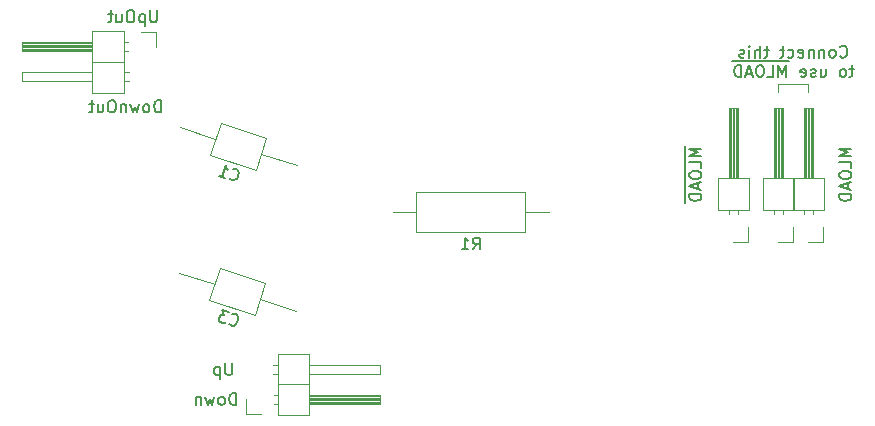
<source format=gbr>
G04 #@! TF.GenerationSoftware,KiCad,Pcbnew,(5.1.8)-1*
G04 #@! TF.CreationDate,2024-01-21T21:12:21+03:00*
G04 #@! TF.ProjectId,Reg,5265672e-6b69-4636-9164-5f7063625858,rev?*
G04 #@! TF.SameCoordinates,Original*
G04 #@! TF.FileFunction,Legend,Bot*
G04 #@! TF.FilePolarity,Positive*
%FSLAX46Y46*%
G04 Gerber Fmt 4.6, Leading zero omitted, Abs format (unit mm)*
G04 Created by KiCad (PCBNEW (5.1.8)-1) date 2024-01-21 21:12:21*
%MOMM*%
%LPD*%
G01*
G04 APERTURE LIST*
%ADD10C,0.120000*%
%ADD11C,0.150000*%
G04 APERTURE END LIST*
D10*
X116205000Y-20955000D02*
X116205000Y-21590000D01*
X113665000Y-20955000D02*
X116205000Y-20955000D01*
X113665000Y-21590000D02*
X113665000Y-20955000D01*
D11*
X118887380Y-18582142D02*
X118935000Y-18629761D01*
X119077857Y-18677380D01*
X119173095Y-18677380D01*
X119315952Y-18629761D01*
X119411190Y-18534523D01*
X119458809Y-18439285D01*
X119506428Y-18248809D01*
X119506428Y-18105952D01*
X119458809Y-17915476D01*
X119411190Y-17820238D01*
X119315952Y-17725000D01*
X119173095Y-17677380D01*
X119077857Y-17677380D01*
X118935000Y-17725000D01*
X118887380Y-17772619D01*
X118315952Y-18677380D02*
X118411190Y-18629761D01*
X118458809Y-18582142D01*
X118506428Y-18486904D01*
X118506428Y-18201190D01*
X118458809Y-18105952D01*
X118411190Y-18058333D01*
X118315952Y-18010714D01*
X118173095Y-18010714D01*
X118077857Y-18058333D01*
X118030238Y-18105952D01*
X117982619Y-18201190D01*
X117982619Y-18486904D01*
X118030238Y-18582142D01*
X118077857Y-18629761D01*
X118173095Y-18677380D01*
X118315952Y-18677380D01*
X117554047Y-18010714D02*
X117554047Y-18677380D01*
X117554047Y-18105952D02*
X117506428Y-18058333D01*
X117411190Y-18010714D01*
X117268333Y-18010714D01*
X117173095Y-18058333D01*
X117125476Y-18153571D01*
X117125476Y-18677380D01*
X116649285Y-18010714D02*
X116649285Y-18677380D01*
X116649285Y-18105952D02*
X116601666Y-18058333D01*
X116506428Y-18010714D01*
X116363571Y-18010714D01*
X116268333Y-18058333D01*
X116220714Y-18153571D01*
X116220714Y-18677380D01*
X115363571Y-18629761D02*
X115458809Y-18677380D01*
X115649285Y-18677380D01*
X115744523Y-18629761D01*
X115792142Y-18534523D01*
X115792142Y-18153571D01*
X115744523Y-18058333D01*
X115649285Y-18010714D01*
X115458809Y-18010714D01*
X115363571Y-18058333D01*
X115315952Y-18153571D01*
X115315952Y-18248809D01*
X115792142Y-18344047D01*
X114458809Y-18629761D02*
X114554047Y-18677380D01*
X114744523Y-18677380D01*
X114839761Y-18629761D01*
X114887380Y-18582142D01*
X114935000Y-18486904D01*
X114935000Y-18201190D01*
X114887380Y-18105952D01*
X114839761Y-18058333D01*
X114744523Y-18010714D01*
X114554047Y-18010714D01*
X114458809Y-18058333D01*
X114173095Y-18010714D02*
X113792142Y-18010714D01*
X114030238Y-17677380D02*
X114030238Y-18534523D01*
X113982619Y-18629761D01*
X113887380Y-18677380D01*
X113792142Y-18677380D01*
X112839761Y-18010714D02*
X112458809Y-18010714D01*
X112696904Y-17677380D02*
X112696904Y-18534523D01*
X112649285Y-18629761D01*
X112554047Y-18677380D01*
X112458809Y-18677380D01*
X112125476Y-18677380D02*
X112125476Y-17677380D01*
X111696904Y-18677380D02*
X111696904Y-18153571D01*
X111744523Y-18058333D01*
X111839761Y-18010714D01*
X111982619Y-18010714D01*
X112077857Y-18058333D01*
X112125476Y-18105952D01*
X111220714Y-18677380D02*
X111220714Y-18010714D01*
X111220714Y-17677380D02*
X111268333Y-17725000D01*
X111220714Y-17772619D01*
X111173095Y-17725000D01*
X111220714Y-17677380D01*
X111220714Y-17772619D01*
X110792142Y-18629761D02*
X110696904Y-18677380D01*
X110506428Y-18677380D01*
X110411190Y-18629761D01*
X110363571Y-18534523D01*
X110363571Y-18486904D01*
X110411190Y-18391666D01*
X110506428Y-18344047D01*
X110649285Y-18344047D01*
X110744523Y-18296428D01*
X110792142Y-18201190D01*
X110792142Y-18153571D01*
X110744523Y-18058333D01*
X110649285Y-18010714D01*
X110506428Y-18010714D01*
X110411190Y-18058333D01*
X120054047Y-19660714D02*
X119673095Y-19660714D01*
X119911190Y-19327380D02*
X119911190Y-20184523D01*
X119863571Y-20279761D01*
X119768333Y-20327380D01*
X119673095Y-20327380D01*
X119196904Y-20327380D02*
X119292142Y-20279761D01*
X119339761Y-20232142D01*
X119387380Y-20136904D01*
X119387380Y-19851190D01*
X119339761Y-19755952D01*
X119292142Y-19708333D01*
X119196904Y-19660714D01*
X119054047Y-19660714D01*
X118958809Y-19708333D01*
X118911190Y-19755952D01*
X118863571Y-19851190D01*
X118863571Y-20136904D01*
X118911190Y-20232142D01*
X118958809Y-20279761D01*
X119054047Y-20327380D01*
X119196904Y-20327380D01*
X117244523Y-19660714D02*
X117244523Y-20327380D01*
X117673095Y-19660714D02*
X117673095Y-20184523D01*
X117625476Y-20279761D01*
X117530238Y-20327380D01*
X117387380Y-20327380D01*
X117292142Y-20279761D01*
X117244523Y-20232142D01*
X116815952Y-20279761D02*
X116720714Y-20327380D01*
X116530238Y-20327380D01*
X116435000Y-20279761D01*
X116387380Y-20184523D01*
X116387380Y-20136904D01*
X116435000Y-20041666D01*
X116530238Y-19994047D01*
X116673095Y-19994047D01*
X116768333Y-19946428D01*
X116815952Y-19851190D01*
X116815952Y-19803571D01*
X116768333Y-19708333D01*
X116673095Y-19660714D01*
X116530238Y-19660714D01*
X116435000Y-19708333D01*
X115577857Y-20279761D02*
X115673095Y-20327380D01*
X115863571Y-20327380D01*
X115958809Y-20279761D01*
X116006428Y-20184523D01*
X116006428Y-19803571D01*
X115958809Y-19708333D01*
X115863571Y-19660714D01*
X115673095Y-19660714D01*
X115577857Y-19708333D01*
X115530238Y-19803571D01*
X115530238Y-19898809D01*
X116006428Y-19994047D01*
X114577857Y-18960000D02*
X113435000Y-18960000D01*
X114339761Y-20327380D02*
X114339761Y-19327380D01*
X114006428Y-20041666D01*
X113673095Y-19327380D01*
X113673095Y-20327380D01*
X113435000Y-18960000D02*
X112625476Y-18960000D01*
X112720714Y-20327380D02*
X113196904Y-20327380D01*
X113196904Y-19327380D01*
X112625476Y-18960000D02*
X111577857Y-18960000D01*
X112196904Y-19327380D02*
X112006428Y-19327380D01*
X111911190Y-19375000D01*
X111815952Y-19470238D01*
X111768333Y-19660714D01*
X111768333Y-19994047D01*
X111815952Y-20184523D01*
X111911190Y-20279761D01*
X112006428Y-20327380D01*
X112196904Y-20327380D01*
X112292142Y-20279761D01*
X112387380Y-20184523D01*
X112435000Y-19994047D01*
X112435000Y-19660714D01*
X112387380Y-19470238D01*
X112292142Y-19375000D01*
X112196904Y-19327380D01*
X111577857Y-18960000D02*
X110720714Y-18960000D01*
X111387380Y-20041666D02*
X110911190Y-20041666D01*
X111482619Y-20327380D02*
X111149285Y-19327380D01*
X110815952Y-20327380D01*
X110720714Y-18960000D02*
X109720714Y-18960000D01*
X110482619Y-20327380D02*
X110482619Y-19327380D01*
X110244523Y-19327380D01*
X110101666Y-19375000D01*
X110006428Y-19470238D01*
X109958809Y-19565476D01*
X109911190Y-19755952D01*
X109911190Y-19898809D01*
X109958809Y-20089285D01*
X110006428Y-20184523D01*
X110101666Y-20279761D01*
X110244523Y-20327380D01*
X110482619Y-20327380D01*
X105765000Y-26146428D02*
X105765000Y-27289285D01*
X107132380Y-26384523D02*
X106132380Y-26384523D01*
X106846666Y-26717857D01*
X106132380Y-27051190D01*
X107132380Y-27051190D01*
X105765000Y-27289285D02*
X105765000Y-28098809D01*
X107132380Y-28003571D02*
X107132380Y-27527380D01*
X106132380Y-27527380D01*
X105765000Y-28098809D02*
X105765000Y-29146428D01*
X106132380Y-28527380D02*
X106132380Y-28717857D01*
X106180000Y-28813095D01*
X106275238Y-28908333D01*
X106465714Y-28955952D01*
X106799047Y-28955952D01*
X106989523Y-28908333D01*
X107084761Y-28813095D01*
X107132380Y-28717857D01*
X107132380Y-28527380D01*
X107084761Y-28432142D01*
X106989523Y-28336904D01*
X106799047Y-28289285D01*
X106465714Y-28289285D01*
X106275238Y-28336904D01*
X106180000Y-28432142D01*
X106132380Y-28527380D01*
X105765000Y-29146428D02*
X105765000Y-30003571D01*
X106846666Y-29336904D02*
X106846666Y-29813095D01*
X107132380Y-29241666D02*
X106132380Y-29575000D01*
X107132380Y-29908333D01*
X105765000Y-30003571D02*
X105765000Y-31003571D01*
X107132380Y-30241666D02*
X106132380Y-30241666D01*
X106132380Y-30479761D01*
X106180000Y-30622619D01*
X106275238Y-30717857D01*
X106370476Y-30765476D01*
X106560952Y-30813095D01*
X106703809Y-30813095D01*
X106894285Y-30765476D01*
X106989523Y-30717857D01*
X107084761Y-30622619D01*
X107132380Y-30479761D01*
X107132380Y-30241666D01*
X119832380Y-26384523D02*
X118832380Y-26384523D01*
X119546666Y-26717857D01*
X118832380Y-27051190D01*
X119832380Y-27051190D01*
X119832380Y-28003571D02*
X119832380Y-27527380D01*
X118832380Y-27527380D01*
X118832380Y-28527380D02*
X118832380Y-28717857D01*
X118880000Y-28813095D01*
X118975238Y-28908333D01*
X119165714Y-28955952D01*
X119499047Y-28955952D01*
X119689523Y-28908333D01*
X119784761Y-28813095D01*
X119832380Y-28717857D01*
X119832380Y-28527380D01*
X119784761Y-28432142D01*
X119689523Y-28336904D01*
X119499047Y-28289285D01*
X119165714Y-28289285D01*
X118975238Y-28336904D01*
X118880000Y-28432142D01*
X118832380Y-28527380D01*
X119546666Y-29336904D02*
X119546666Y-29813095D01*
X119832380Y-29241666D02*
X118832380Y-29575000D01*
X119832380Y-29908333D01*
X119832380Y-30241666D02*
X118832380Y-30241666D01*
X118832380Y-30479761D01*
X118880000Y-30622619D01*
X118975238Y-30717857D01*
X119070476Y-30765476D01*
X119260952Y-30813095D01*
X119403809Y-30813095D01*
X119594285Y-30765476D01*
X119689523Y-30717857D01*
X119784761Y-30622619D01*
X119832380Y-30479761D01*
X119832380Y-30241666D01*
X67730476Y-48077380D02*
X67730476Y-47077380D01*
X67492380Y-47077380D01*
X67349523Y-47125000D01*
X67254285Y-47220238D01*
X67206666Y-47315476D01*
X67159047Y-47505952D01*
X67159047Y-47648809D01*
X67206666Y-47839285D01*
X67254285Y-47934523D01*
X67349523Y-48029761D01*
X67492380Y-48077380D01*
X67730476Y-48077380D01*
X66587619Y-48077380D02*
X66682857Y-48029761D01*
X66730476Y-47982142D01*
X66778095Y-47886904D01*
X66778095Y-47601190D01*
X66730476Y-47505952D01*
X66682857Y-47458333D01*
X66587619Y-47410714D01*
X66444761Y-47410714D01*
X66349523Y-47458333D01*
X66301904Y-47505952D01*
X66254285Y-47601190D01*
X66254285Y-47886904D01*
X66301904Y-47982142D01*
X66349523Y-48029761D01*
X66444761Y-48077380D01*
X66587619Y-48077380D01*
X65920952Y-47410714D02*
X65730476Y-48077380D01*
X65540000Y-47601190D01*
X65349523Y-48077380D01*
X65159047Y-47410714D01*
X64778095Y-47410714D02*
X64778095Y-48077380D01*
X64778095Y-47505952D02*
X64730476Y-47458333D01*
X64635238Y-47410714D01*
X64492380Y-47410714D01*
X64397142Y-47458333D01*
X64349523Y-47553571D01*
X64349523Y-48077380D01*
X67413095Y-44537380D02*
X67413095Y-45346904D01*
X67365476Y-45442142D01*
X67317857Y-45489761D01*
X67222619Y-45537380D01*
X67032142Y-45537380D01*
X66936904Y-45489761D01*
X66889285Y-45442142D01*
X66841666Y-45346904D01*
X66841666Y-44537380D01*
X66365476Y-44870714D02*
X66365476Y-45870714D01*
X66365476Y-44918333D02*
X66270238Y-44870714D01*
X66079761Y-44870714D01*
X65984523Y-44918333D01*
X65936904Y-44965952D01*
X65889285Y-45061190D01*
X65889285Y-45346904D01*
X65936904Y-45442142D01*
X65984523Y-45489761D01*
X66079761Y-45537380D01*
X66270238Y-45537380D01*
X66365476Y-45489761D01*
X61055000Y-14692380D02*
X61055000Y-15501904D01*
X61007380Y-15597142D01*
X60959761Y-15644761D01*
X60864523Y-15692380D01*
X60674047Y-15692380D01*
X60578809Y-15644761D01*
X60531190Y-15597142D01*
X60483571Y-15501904D01*
X60483571Y-14692380D01*
X60007380Y-15025714D02*
X60007380Y-16025714D01*
X60007380Y-15073333D02*
X59912142Y-15025714D01*
X59721666Y-15025714D01*
X59626428Y-15073333D01*
X59578809Y-15120952D01*
X59531190Y-15216190D01*
X59531190Y-15501904D01*
X59578809Y-15597142D01*
X59626428Y-15644761D01*
X59721666Y-15692380D01*
X59912142Y-15692380D01*
X60007380Y-15644761D01*
X58912142Y-14692380D02*
X58721666Y-14692380D01*
X58626428Y-14740000D01*
X58531190Y-14835238D01*
X58483571Y-15025714D01*
X58483571Y-15359047D01*
X58531190Y-15549523D01*
X58626428Y-15644761D01*
X58721666Y-15692380D01*
X58912142Y-15692380D01*
X59007380Y-15644761D01*
X59102619Y-15549523D01*
X59150238Y-15359047D01*
X59150238Y-15025714D01*
X59102619Y-14835238D01*
X59007380Y-14740000D01*
X58912142Y-14692380D01*
X57626428Y-15025714D02*
X57626428Y-15692380D01*
X58055000Y-15025714D02*
X58055000Y-15549523D01*
X58007380Y-15644761D01*
X57912142Y-15692380D01*
X57769285Y-15692380D01*
X57674047Y-15644761D01*
X57626428Y-15597142D01*
X57293095Y-15025714D02*
X56912142Y-15025714D01*
X57150238Y-14692380D02*
X57150238Y-15549523D01*
X57102619Y-15644761D01*
X57007380Y-15692380D01*
X56912142Y-15692380D01*
X61372380Y-23312380D02*
X61372380Y-22312380D01*
X61134285Y-22312380D01*
X60991428Y-22360000D01*
X60896190Y-22455238D01*
X60848571Y-22550476D01*
X60800952Y-22740952D01*
X60800952Y-22883809D01*
X60848571Y-23074285D01*
X60896190Y-23169523D01*
X60991428Y-23264761D01*
X61134285Y-23312380D01*
X61372380Y-23312380D01*
X60229523Y-23312380D02*
X60324761Y-23264761D01*
X60372380Y-23217142D01*
X60420000Y-23121904D01*
X60420000Y-22836190D01*
X60372380Y-22740952D01*
X60324761Y-22693333D01*
X60229523Y-22645714D01*
X60086666Y-22645714D01*
X59991428Y-22693333D01*
X59943809Y-22740952D01*
X59896190Y-22836190D01*
X59896190Y-23121904D01*
X59943809Y-23217142D01*
X59991428Y-23264761D01*
X60086666Y-23312380D01*
X60229523Y-23312380D01*
X59562857Y-22645714D02*
X59372380Y-23312380D01*
X59181904Y-22836190D01*
X58991428Y-23312380D01*
X58800952Y-22645714D01*
X58420000Y-22645714D02*
X58420000Y-23312380D01*
X58420000Y-22740952D02*
X58372380Y-22693333D01*
X58277142Y-22645714D01*
X58134285Y-22645714D01*
X58039047Y-22693333D01*
X57991428Y-22788571D01*
X57991428Y-23312380D01*
X57324761Y-22312380D02*
X57134285Y-22312380D01*
X57039047Y-22360000D01*
X56943809Y-22455238D01*
X56896190Y-22645714D01*
X56896190Y-22979047D01*
X56943809Y-23169523D01*
X57039047Y-23264761D01*
X57134285Y-23312380D01*
X57324761Y-23312380D01*
X57420000Y-23264761D01*
X57515238Y-23169523D01*
X57562857Y-22979047D01*
X57562857Y-22645714D01*
X57515238Y-22455238D01*
X57420000Y-22360000D01*
X57324761Y-22312380D01*
X56039047Y-22645714D02*
X56039047Y-23312380D01*
X56467619Y-22645714D02*
X56467619Y-23169523D01*
X56420000Y-23264761D01*
X56324761Y-23312380D01*
X56181904Y-23312380D01*
X56086666Y-23264761D01*
X56039047Y-23217142D01*
X55705714Y-22645714D02*
X55324761Y-22645714D01*
X55562857Y-22312380D02*
X55562857Y-23169523D01*
X55515238Y-23264761D01*
X55420000Y-23312380D01*
X55324761Y-23312380D01*
D10*
X114935000Y-34290000D02*
X114935000Y-33020000D01*
X113665000Y-34290000D02*
X114935000Y-34290000D01*
X113285000Y-31910000D02*
X113285000Y-31580000D01*
X114045000Y-31910000D02*
X114045000Y-31580000D01*
X113385000Y-28920000D02*
X113385000Y-22920000D01*
X113505000Y-28920000D02*
X113505000Y-22920000D01*
X113625000Y-28920000D02*
X113625000Y-22920000D01*
X113745000Y-28920000D02*
X113745000Y-22920000D01*
X113865000Y-28920000D02*
X113865000Y-22920000D01*
X113985000Y-28920000D02*
X113985000Y-22920000D01*
X113285000Y-22920000D02*
X113285000Y-28920000D01*
X114045000Y-22920000D02*
X113285000Y-22920000D01*
X114045000Y-28920000D02*
X114045000Y-22920000D01*
X114995000Y-28920000D02*
X114995000Y-31580000D01*
X112335000Y-28920000D02*
X114995000Y-28920000D01*
X112335000Y-31580000D02*
X112335000Y-28920000D01*
X114995000Y-31580000D02*
X112335000Y-31580000D01*
X111125000Y-34290000D02*
X111125000Y-33020000D01*
X109855000Y-34290000D02*
X111125000Y-34290000D01*
X109475000Y-31910000D02*
X109475000Y-31580000D01*
X110235000Y-31910000D02*
X110235000Y-31580000D01*
X109575000Y-28920000D02*
X109575000Y-22920000D01*
X109695000Y-28920000D02*
X109695000Y-22920000D01*
X109815000Y-28920000D02*
X109815000Y-22920000D01*
X109935000Y-28920000D02*
X109935000Y-22920000D01*
X110055000Y-28920000D02*
X110055000Y-22920000D01*
X110175000Y-28920000D02*
X110175000Y-22920000D01*
X109475000Y-22920000D02*
X109475000Y-28920000D01*
X110235000Y-22920000D02*
X109475000Y-22920000D01*
X110235000Y-28920000D02*
X110235000Y-22920000D01*
X111185000Y-28920000D02*
X111185000Y-31580000D01*
X108525000Y-28920000D02*
X111185000Y-28920000D01*
X108525000Y-31580000D02*
X108525000Y-28920000D01*
X111185000Y-31580000D02*
X108525000Y-31580000D01*
X117535000Y-31580000D02*
X114875000Y-31580000D01*
X114875000Y-31580000D02*
X114875000Y-28920000D01*
X114875000Y-28920000D02*
X117535000Y-28920000D01*
X117535000Y-28920000D02*
X117535000Y-31580000D01*
X116585000Y-28920000D02*
X116585000Y-22920000D01*
X116585000Y-22920000D02*
X115825000Y-22920000D01*
X115825000Y-22920000D02*
X115825000Y-28920000D01*
X116525000Y-28920000D02*
X116525000Y-22920000D01*
X116405000Y-28920000D02*
X116405000Y-22920000D01*
X116285000Y-28920000D02*
X116285000Y-22920000D01*
X116165000Y-28920000D02*
X116165000Y-22920000D01*
X116045000Y-28920000D02*
X116045000Y-22920000D01*
X115925000Y-28920000D02*
X115925000Y-22920000D01*
X116585000Y-31910000D02*
X116585000Y-31580000D01*
X115825000Y-31910000D02*
X115825000Y-31580000D01*
X116205000Y-34290000D02*
X117475000Y-34290000D01*
X117475000Y-34290000D02*
X117475000Y-33020000D01*
X83010000Y-33470000D02*
X83010000Y-30030000D01*
X83010000Y-30030000D02*
X92250000Y-30030000D01*
X92250000Y-30030000D02*
X92250000Y-33470000D01*
X92250000Y-33470000D02*
X83010000Y-33470000D01*
X81050000Y-31750000D02*
X83010000Y-31750000D01*
X94210000Y-31750000D02*
X92250000Y-31750000D01*
X72811608Y-40117335D02*
X69777737Y-39131571D01*
X62901599Y-36897378D02*
X65935469Y-37883142D01*
X69338933Y-40482071D02*
X65496665Y-39233642D01*
X70216542Y-37781070D02*
X69338933Y-40482071D01*
X66374273Y-36532642D02*
X70216542Y-37781070D01*
X65496665Y-39233642D02*
X66374273Y-36532642D01*
X65560165Y-26914642D02*
X66437773Y-24213642D01*
X66437773Y-24213642D02*
X70280042Y-25462070D01*
X70280042Y-25462070D02*
X69402433Y-28163071D01*
X69402433Y-28163071D02*
X65560165Y-26914642D01*
X62965099Y-24578378D02*
X65998969Y-25564142D01*
X72875108Y-27798335D02*
X69841237Y-26812571D01*
X60960000Y-16510000D02*
X59690000Y-16510000D01*
X60960000Y-17780000D02*
X60960000Y-16510000D01*
X58647071Y-20700000D02*
X58250000Y-20700000D01*
X58647071Y-19940000D02*
X58250000Y-19940000D01*
X49590000Y-20700000D02*
X55590000Y-20700000D01*
X49590000Y-19940000D02*
X49590000Y-20700000D01*
X55590000Y-19940000D02*
X49590000Y-19940000D01*
X58250000Y-19050000D02*
X55590000Y-19050000D01*
X58580000Y-18160000D02*
X58250000Y-18160000D01*
X58580000Y-17400000D02*
X58250000Y-17400000D01*
X55590000Y-18060000D02*
X49590000Y-18060000D01*
X55590000Y-17940000D02*
X49590000Y-17940000D01*
X55590000Y-17820000D02*
X49590000Y-17820000D01*
X55590000Y-17700000D02*
X49590000Y-17700000D01*
X55590000Y-17580000D02*
X49590000Y-17580000D01*
X55590000Y-17460000D02*
X49590000Y-17460000D01*
X49590000Y-18160000D02*
X55590000Y-18160000D01*
X49590000Y-17400000D02*
X49590000Y-18160000D01*
X55590000Y-17400000D02*
X49590000Y-17400000D01*
X55590000Y-16450000D02*
X58250000Y-16450000D01*
X55590000Y-21650000D02*
X55590000Y-16450000D01*
X58250000Y-21650000D02*
X55590000Y-21650000D01*
X58250000Y-16450000D02*
X58250000Y-21650000D01*
X71290000Y-48955000D02*
X71290000Y-43755000D01*
X71290000Y-43755000D02*
X73950000Y-43755000D01*
X73950000Y-43755000D02*
X73950000Y-48955000D01*
X73950000Y-48955000D02*
X71290000Y-48955000D01*
X73950000Y-48005000D02*
X79950000Y-48005000D01*
X79950000Y-48005000D02*
X79950000Y-47245000D01*
X79950000Y-47245000D02*
X73950000Y-47245000D01*
X73950000Y-47945000D02*
X79950000Y-47945000D01*
X73950000Y-47825000D02*
X79950000Y-47825000D01*
X73950000Y-47705000D02*
X79950000Y-47705000D01*
X73950000Y-47585000D02*
X79950000Y-47585000D01*
X73950000Y-47465000D02*
X79950000Y-47465000D01*
X73950000Y-47345000D02*
X79950000Y-47345000D01*
X70960000Y-48005000D02*
X71290000Y-48005000D01*
X70960000Y-47245000D02*
X71290000Y-47245000D01*
X71290000Y-46355000D02*
X73950000Y-46355000D01*
X73950000Y-45465000D02*
X79950000Y-45465000D01*
X79950000Y-45465000D02*
X79950000Y-44705000D01*
X79950000Y-44705000D02*
X73950000Y-44705000D01*
X70892929Y-45465000D02*
X71290000Y-45465000D01*
X70892929Y-44705000D02*
X71290000Y-44705000D01*
X68580000Y-47625000D02*
X68580000Y-48895000D01*
X68580000Y-48895000D02*
X69850000Y-48895000D01*
D11*
X87796666Y-34922380D02*
X88130000Y-34446190D01*
X88368095Y-34922380D02*
X88368095Y-33922380D01*
X87987142Y-33922380D01*
X87891904Y-33970000D01*
X87844285Y-34017619D01*
X87796666Y-34112857D01*
X87796666Y-34255714D01*
X87844285Y-34350952D01*
X87891904Y-34398571D01*
X87987142Y-34446190D01*
X88368095Y-34446190D01*
X86844285Y-34922380D02*
X87415714Y-34922380D01*
X87130000Y-34922380D02*
X87130000Y-33922380D01*
X87225238Y-34065238D01*
X87320476Y-34160476D01*
X87415714Y-34208095D01*
X67156928Y-41200078D02*
X67187501Y-41260082D01*
X67308651Y-41349516D01*
X67399228Y-41378946D01*
X67549808Y-41377803D01*
X67669815Y-41316656D01*
X67744534Y-41240794D01*
X67848683Y-41074356D01*
X67892828Y-40938491D01*
X67906400Y-40742622D01*
X67890542Y-40637330D01*
X67829395Y-40517323D01*
X67708245Y-40427889D01*
X67617668Y-40398459D01*
X67467088Y-40399602D01*
X67407084Y-40430175D01*
X67119496Y-40236593D02*
X66530746Y-40045297D01*
X66730044Y-40510610D01*
X66594179Y-40466464D01*
X66488887Y-40482323D01*
X66428884Y-40512896D01*
X66354165Y-40588758D01*
X66280590Y-40815200D01*
X66296448Y-40920492D01*
X66327021Y-40980495D01*
X66402883Y-41055214D01*
X66674613Y-41143504D01*
X66779905Y-41127646D01*
X66839909Y-41097073D01*
X67220428Y-28881078D02*
X67251001Y-28941082D01*
X67372151Y-29030516D01*
X67462728Y-29059946D01*
X67613308Y-29058803D01*
X67733315Y-28997656D01*
X67808034Y-28921794D01*
X67912183Y-28755356D01*
X67956328Y-28619491D01*
X67969900Y-28423622D01*
X67954042Y-28318330D01*
X67892895Y-28198323D01*
X67771745Y-28108889D01*
X67681168Y-28079459D01*
X67530588Y-28080602D01*
X67470584Y-28111175D01*
X66285229Y-28677353D02*
X66828690Y-28853934D01*
X66556960Y-28765644D02*
X66865977Y-27814587D01*
X66912408Y-27979883D01*
X66973555Y-28099890D01*
X67049417Y-28174608D01*
M02*

</source>
